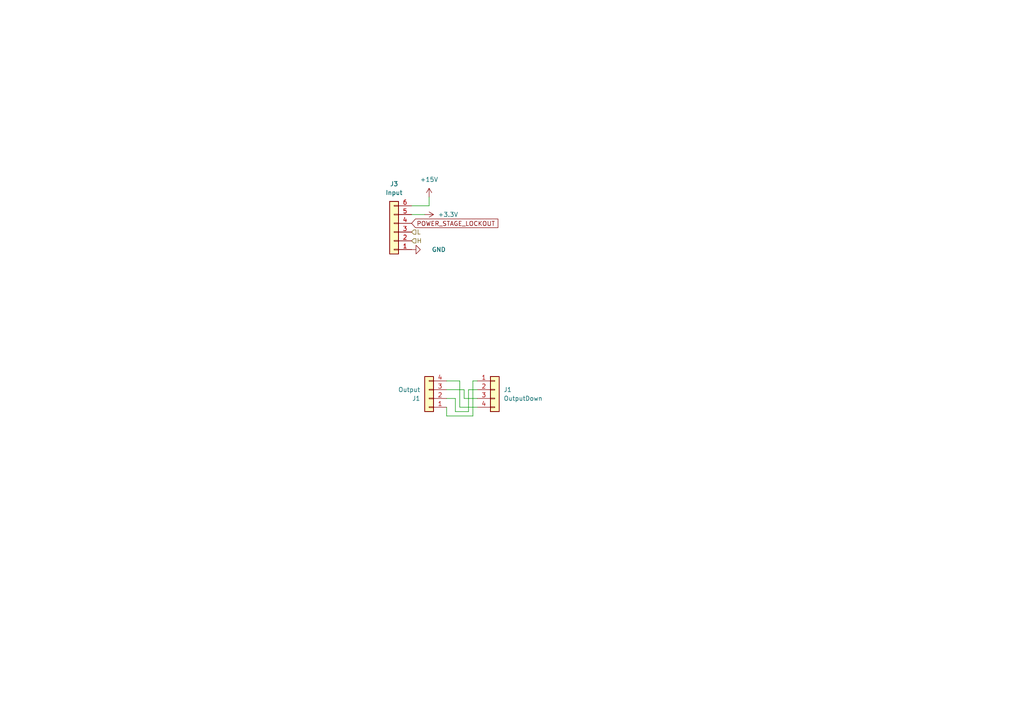
<source format=kicad_sch>
(kicad_sch (version 20230121) (generator eeschema)
  (paper "A4")
  (lib_symbols
    (symbol "Connector_Generic:Conn_01x04" (pin_names (offset 1.016) hide)
      (property "Reference" "J" (at 0 5.08 0))
      (property "Value" "Conn_01x04" (at 0 -7.62 0))
      (symbol "Conn_01x04_1_1"
        (rectangle (start -1.27 -4.953) (end 0 -5.207) (stroke (width 0.1524)))
        (rectangle (start -1.27 -2.413) (end 0 -2.667) (stroke (width 0.1524)))
        (rectangle (start -1.27 0.127) (end 0 -0.127) (stroke (width 0.1524)))
        (rectangle (start -1.27 2.667) (end 0 2.413) (stroke (width 0.1524)))
        (rectangle (start -1.27 3.81) (end 1.27 -6.35) (stroke (width 0.254)) (fill (type background)))
        (pin passive line (at -5.08 2.54 0) (length 3.81) (name "Pin_1") (number "1"))
        (pin passive line (at -5.08 0 0) (length 3.81) (name "Pin_2") (number "2"))
        (pin passive line (at -5.08 -2.54 0) (length 3.81) (name "Pin_3") (number "3"))
        (pin passive line (at -5.08 -5.08 0) (length 3.81) (name "Pin_4") (number "4"))
      )
    )
    (symbol "Connector_Generic:Conn_01x06" (pin_names (offset 1.016) hide)
      (property "Reference" "J" (at 0 7.62 0))
      (property "Value" "Conn_01x06" (at 0 -10.16 0))
      (symbol "Conn_01x06_1_1"
        (rectangle (start -1.27 -7.493) (end 0 -7.747) (stroke (width 0.1524)))
        (rectangle (start -1.27 -4.953) (end 0 -5.207) (stroke (width 0.1524)))
        (rectangle (start -1.27 -2.413) (end 0 -2.667) (stroke (width 0.1524)))
        (rectangle (start -1.27 0.127) (end 0 -0.127) (stroke (width 0.1524)))
        (rectangle (start -1.27 2.667) (end 0 2.413) (stroke (width 0.1524)))
        (rectangle (start -1.27 5.207) (end 0 4.953) (stroke (width 0.1524)))
        (rectangle (start -1.27 6.35) (end 1.27 -8.89) (stroke (width 0.254)) (fill (type background)))
        (pin passive line (at -5.08 5.08 0) (length 3.81) (name "Pin_1") (number "1"))
        (pin passive line (at -5.08 2.54 0) (length 3.81) (name "Pin_2") (number "2"))
        (pin passive line (at -5.08 0 0) (length 3.81) (name "Pin_3") (number "3"))
        (pin passive line (at -5.08 -2.54 0) (length 3.81) (name "Pin_4") (number "4"))
        (pin passive line (at -5.08 -5.08 0) (length 3.81) (name "Pin_5") (number "5"))
        (pin passive line (at -5.08 -7.62 0) (length 3.81) (name "Pin_6") (number "6"))
      )
    )
    (symbol "power:+15V" (power) (pin_names (offset 0))
      (property "Value" "+15V" (at 0 3.556 0))
      (symbol "+15V_0_1"
        (polyline (pts (xy -0.762 1.27) (xy 0 2.54)))
        (polyline (pts (xy 0 0) (xy 0 2.54)))
        (polyline (pts (xy 0 2.54) (xy 0.762 1.27)))
      )
      (symbol "+15V_1_1"
        (pin power_in line (at 0 0 90) (length 0) hide (name "+15V") (number "1"))
      )
    )
    (symbol "power:+3.3V" (power) (pin_names (offset 0))
      (property "Value" "+3.3V" (at 0 3.556 0))
      (symbol "+3.3V_0_1"
        (polyline (pts (xy -0.762 1.27) (xy 0 2.54)))
        (polyline (pts (xy 0 0) (xy 0 2.54)))
        (polyline (pts (xy 0 2.54) (xy 0.762 1.27)))
      )
      (symbol "+3.3V_1_1"
        (pin power_in line (at 0 0 90) (length 0) hide (name "+3.3V") (number "1"))
      )
    )
    (symbol "power:GND" (power) (pin_names (offset 0))
      (property "Value" "GND" (at 0 -3.81 0))
      (symbol "GND_0_1"
        (polyline (pts (xy 0 0) (xy 0 -1.27) (xy 1.27 -1.27) (xy 0 -2.54) (xy -1.27 -1.27) (xy 0 -1.27)))
      )
      (symbol "GND_1_1"
        (pin power_in line (at 0 0 270) (length 0) hide (name "GND") (number "1"))
      )
    )
  )
  (wire (pts (xy 135.89 113.03) (xy 135.89 119.38)))
  (wire (pts (xy 124.46 59.69) (xy 119.38 59.69)))
  (wire (pts (xy 132.08 119.38) (xy 132.08 115.57)))
  (wire (pts (xy 119.38 62.23) (xy 123.19 62.23)))
  (wire (pts (xy 124.46 57.15) (xy 124.46 59.69)))
  (wire (pts (xy 138.43 113.03) (xy 135.89 113.03)))
  (wire (pts (xy 138.43 115.57) (xy 134.62 115.57)))
  (wire (pts (xy 134.62 115.57) (xy 134.62 113.03)))
  (wire (pts (xy 129.54 120.65) (xy 129.54 118.11)))
  (wire (pts (xy 138.43 110.49) (xy 137.16 110.49)))
  (wire (pts (xy 135.89 119.38) (xy 132.08 119.38)))
  (wire (pts (xy 132.08 115.57) (xy 129.54 115.57)))
  (wire (pts (xy 137.16 120.65) (xy 129.54 120.65)))
  (wire (pts (xy 134.62 113.03) (xy 129.54 113.03)))
  (wire (pts (xy 138.43 118.11) (xy 133.35 118.11)))
  (wire (pts (xy 133.35 110.49) (xy 129.54 110.49)))
  (wire (pts (xy 133.35 118.11) (xy 133.35 110.49)))
  (wire (pts (xy 137.16 110.49) (xy 137.16 120.65)))
  (global_label "POWER_STAGE_LOCKOUT" (shape input) (at 119.38 64.77 0) (property "Intersheetrefs" "${INTERSHEET_REFS}" (effects hide)))
  (hierarchical_label "L" (shape input) (at 119.38 67.31 0))
  (hierarchical_label "H" (shape input) (at 119.38 69.85 0))
  (symbol (lib_id "power:+15V") (at 124.46 57.15 0) (mirror y) (unit 1)
    (property "Reference" "#PWR089" (effects hide))
    (property "Value" "+15V" (at 124.46 52.07 0))
    (instances (project "GigaESC" (path "" (reference "#PWR089") (unit 1)) (path "" (reference "#PWR091") (unit 1)) (path "" (reference "#PWR099") (unit 1)) (path "" (reference "#PWR0107") (unit 1))))
  )
  (symbol (lib_id "Connector_Generic:Conn_01x04") (at 124.46 115.57 180) (unit 1)
    (property "Reference" "J1" (at 121.92 115.57 0) (effects (justify left)))
    (property "Value" "Output" (at 121.92 113.03 0) (effects (justify left)))
    (property "Footprint" "Connector_PinSocket_2.54mm:PinSocket_1x04_P2.54mm_Vertical" (effects hide))
    (property "MPN" "C2718488" (effects hide))
    (property "JLCRotOffset" "-90" (effects hide))
    (property "JLCPosOffset" "3.81,0" (effects hide))
    (instances (project "Mini" (path "" (reference "J1") (unit 1))) (project "GigaESC" (path "" (reference "J23") (unit 1)) (path "" (reference "J24") (unit 1)) (path "" (reference "J25") (unit 1))))
  )
  (symbol (lib_id "Connector_Generic:Conn_01x04") (at 143.51 113.03 0) (unit 1)
    (property "Reference" "J1" (at 146.05 113.03 0) (effects (justify left)))
    (property "Value" "OutputDown" (at 146.05 115.57 0) (effects (justify left)))
    (property "Footprint" "Connector_PinHeader_2.54mm:PinHeader_1x04_P2.54mm_Vertical" (effects hide))
    (instances (project "Mini" (path "" (reference "J1") (unit 1))) (project "GigaESC" (path "" (reference "J26") (unit 1)) (path "" (reference "J27") (unit 1)) (path "" (reference "J28") (unit 1))))
  )
  (symbol (lib_id "power:GND") (at 119.38 72.39 90) (unit 1)
    (property "Reference" "#PWR011" (effects hide))
    (property "Value" "GND" (at 125.222 72.39 90) (effects (justify right)))
    (instances (project "GigaESC" (path "" (reference "#PWR011") (unit 1)) (path "" (reference "#PWR091") (unit 1)) (path "" (reference "#PWR089") (unit 1)) (path "" (reference "#PWR097") (unit 1)) (path "" (reference "#PWR0105") (unit 1))))
  )
  (symbol (lib_id "power:+3.3V") (at 123.19 62.23 270) (mirror x) (unit 1)
    (property "Reference" "#PWR090" (effects hide))
    (property "Value" "+3.3V" (at 127 62.23 90) (effects (justify left)))
    (instances (project "GigaESC" (path "" (reference "#PWR090") (unit 1)) (path "" (reference "#PWR090") (unit 1)) (path "" (reference "#PWR098") (unit 1)) (path "" (reference "#PWR0106") (unit 1))))
  )
  (symbol (lib_id "Connector_Generic:Conn_01x06") (at 114.3 67.31 180) (unit 1)
    (property "Reference" "J3" (at 114.3 53.34 0))
    (property "Value" "Input" (at 114.3 55.88 0))
    (property "Footprint" "Connector_PinSocket_2.54mm:PinSocket_1x06_P2.54mm_Vertical" (effects hide))
    (property "MPN" "C40877" (effects hide))
    (property "JLCRotOffset" "-90" (effects hide))
    (property "JLCPosOffset" "6.35,0" (effects hide))
    (instances (project "GigaESC" (path "" (reference "J3") (unit 1)) (path "" (reference "J3") (unit 1)) (path "" (reference "J14") (unit 1)) (path "" (reference "J16") (unit 1))))
  )
)
</source>
